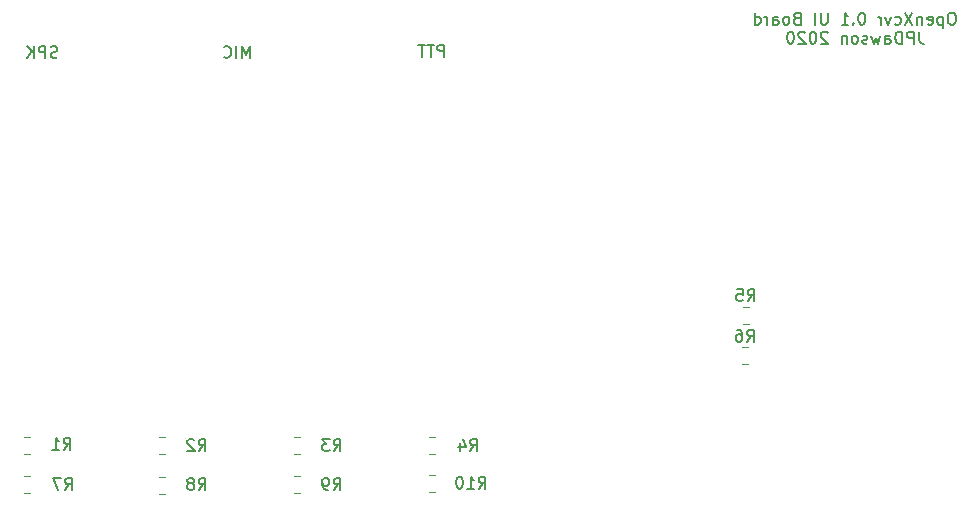
<source format=gbo>
G04 #@! TF.GenerationSoftware,KiCad,Pcbnew,5.99.0-unknown-43514a1~86~ubuntu18.04.1*
G04 #@! TF.CreationDate,2020-02-15T14:01:29+00:00*
G04 #@! TF.ProjectId,UI,55492e6b-6963-4616-945f-706362585858,rev?*
G04 #@! TF.SameCoordinates,Original*
G04 #@! TF.FileFunction,Legend,Bot*
G04 #@! TF.FilePolarity,Positive*
%FSLAX46Y46*%
G04 Gerber Fmt 4.6, Leading zero omitted, Abs format (unit mm)*
G04 Created by KiCad (PCBNEW 5.99.0-unknown-43514a1~86~ubuntu18.04.1) date 2020-02-15 14:01:29*
%MOMM*%
%LPD*%
G01*
G04 APERTURE LIST*
%ADD10C,0.150000*%
%ADD11C,0.120000*%
G04 APERTURE END LIST*
D10*
X138231428Y-64206380D02*
X138231428Y-63206380D01*
X137898095Y-63920666D01*
X137564761Y-63206380D01*
X137564761Y-64206380D01*
X137088571Y-64206380D02*
X137088571Y-63206380D01*
X136040952Y-64111142D02*
X136088571Y-64158761D01*
X136231428Y-64206380D01*
X136326666Y-64206380D01*
X136469523Y-64158761D01*
X136564761Y-64063523D01*
X136612380Y-63968285D01*
X136660000Y-63777809D01*
X136660000Y-63634952D01*
X136612380Y-63444476D01*
X136564761Y-63349238D01*
X136469523Y-63254000D01*
X136326666Y-63206380D01*
X136231428Y-63206380D01*
X136088571Y-63254000D01*
X136040952Y-63301619D01*
X121935714Y-64158761D02*
X121792857Y-64206380D01*
X121554761Y-64206380D01*
X121459523Y-64158761D01*
X121411904Y-64111142D01*
X121364285Y-64015904D01*
X121364285Y-63920666D01*
X121411904Y-63825428D01*
X121459523Y-63777809D01*
X121554761Y-63730190D01*
X121745238Y-63682571D01*
X121840476Y-63634952D01*
X121888095Y-63587333D01*
X121935714Y-63492095D01*
X121935714Y-63396857D01*
X121888095Y-63301619D01*
X121840476Y-63254000D01*
X121745238Y-63206380D01*
X121507142Y-63206380D01*
X121364285Y-63254000D01*
X120935714Y-64206380D02*
X120935714Y-63206380D01*
X120554761Y-63206380D01*
X120459523Y-63254000D01*
X120411904Y-63301619D01*
X120364285Y-63396857D01*
X120364285Y-63539714D01*
X120411904Y-63634952D01*
X120459523Y-63682571D01*
X120554761Y-63730190D01*
X120935714Y-63730190D01*
X119935714Y-64206380D02*
X119935714Y-63206380D01*
X119364285Y-64206380D02*
X119792857Y-63634952D01*
X119364285Y-63206380D02*
X119935714Y-63777809D01*
X154693809Y-64079380D02*
X154693809Y-63079380D01*
X154312857Y-63079380D01*
X154217619Y-63127000D01*
X154170000Y-63174619D01*
X154122380Y-63269857D01*
X154122380Y-63412714D01*
X154170000Y-63507952D01*
X154217619Y-63555571D01*
X154312857Y-63603190D01*
X154693809Y-63603190D01*
X153836666Y-63079380D02*
X153265238Y-63079380D01*
X153550952Y-64079380D02*
X153550952Y-63079380D01*
X153074761Y-63079380D02*
X152503333Y-63079380D01*
X152789047Y-64079380D02*
X152789047Y-63079380D01*
X197769714Y-60369380D02*
X197579238Y-60369380D01*
X197484000Y-60417000D01*
X197388761Y-60512238D01*
X197341142Y-60702714D01*
X197341142Y-61036047D01*
X197388761Y-61226523D01*
X197484000Y-61321761D01*
X197579238Y-61369380D01*
X197769714Y-61369380D01*
X197864952Y-61321761D01*
X197960190Y-61226523D01*
X198007809Y-61036047D01*
X198007809Y-60702714D01*
X197960190Y-60512238D01*
X197864952Y-60417000D01*
X197769714Y-60369380D01*
X196912571Y-60702714D02*
X196912571Y-61702714D01*
X196912571Y-60750333D02*
X196817333Y-60702714D01*
X196626857Y-60702714D01*
X196531619Y-60750333D01*
X196484000Y-60797952D01*
X196436380Y-60893190D01*
X196436380Y-61178904D01*
X196484000Y-61274142D01*
X196531619Y-61321761D01*
X196626857Y-61369380D01*
X196817333Y-61369380D01*
X196912571Y-61321761D01*
X195626857Y-61321761D02*
X195722095Y-61369380D01*
X195912571Y-61369380D01*
X196007809Y-61321761D01*
X196055428Y-61226523D01*
X196055428Y-60845571D01*
X196007809Y-60750333D01*
X195912571Y-60702714D01*
X195722095Y-60702714D01*
X195626857Y-60750333D01*
X195579238Y-60845571D01*
X195579238Y-60940809D01*
X196055428Y-61036047D01*
X195150666Y-60702714D02*
X195150666Y-61369380D01*
X195150666Y-60797952D02*
X195103047Y-60750333D01*
X195007809Y-60702714D01*
X194864952Y-60702714D01*
X194769714Y-60750333D01*
X194722095Y-60845571D01*
X194722095Y-61369380D01*
X194341142Y-60369380D02*
X193674476Y-61369380D01*
X193674476Y-60369380D02*
X194341142Y-61369380D01*
X192864952Y-61321761D02*
X192960190Y-61369380D01*
X193150666Y-61369380D01*
X193245904Y-61321761D01*
X193293523Y-61274142D01*
X193341142Y-61178904D01*
X193341142Y-60893190D01*
X193293523Y-60797952D01*
X193245904Y-60750333D01*
X193150666Y-60702714D01*
X192960190Y-60702714D01*
X192864952Y-60750333D01*
X192531619Y-60702714D02*
X192293523Y-61369380D01*
X192055428Y-60702714D01*
X191674476Y-61369380D02*
X191674476Y-60702714D01*
X191674476Y-60893190D02*
X191626857Y-60797952D01*
X191579238Y-60750333D01*
X191484000Y-60702714D01*
X191388761Y-60702714D01*
X190103047Y-60369380D02*
X190007809Y-60369380D01*
X189912571Y-60417000D01*
X189864952Y-60464619D01*
X189817333Y-60559857D01*
X189769714Y-60750333D01*
X189769714Y-60988428D01*
X189817333Y-61178904D01*
X189864952Y-61274142D01*
X189912571Y-61321761D01*
X190007809Y-61369380D01*
X190103047Y-61369380D01*
X190198285Y-61321761D01*
X190245904Y-61274142D01*
X190293523Y-61178904D01*
X190341142Y-60988428D01*
X190341142Y-60750333D01*
X190293523Y-60559857D01*
X190245904Y-60464619D01*
X190198285Y-60417000D01*
X190103047Y-60369380D01*
X189341142Y-61274142D02*
X189293523Y-61321761D01*
X189341142Y-61369380D01*
X189388761Y-61321761D01*
X189341142Y-61274142D01*
X189341142Y-61369380D01*
X188341142Y-61369380D02*
X188912571Y-61369380D01*
X188626857Y-61369380D02*
X188626857Y-60369380D01*
X188722095Y-60512238D01*
X188817333Y-60607476D01*
X188912571Y-60655095D01*
X187150666Y-60369380D02*
X187150666Y-61178904D01*
X187103047Y-61274142D01*
X187055428Y-61321761D01*
X186960190Y-61369380D01*
X186769714Y-61369380D01*
X186674476Y-61321761D01*
X186626857Y-61274142D01*
X186579238Y-61178904D01*
X186579238Y-60369380D01*
X186103047Y-61369380D02*
X186103047Y-60369380D01*
X184531619Y-60845571D02*
X184388761Y-60893190D01*
X184341142Y-60940809D01*
X184293523Y-61036047D01*
X184293523Y-61178904D01*
X184341142Y-61274142D01*
X184388761Y-61321761D01*
X184484000Y-61369380D01*
X184864952Y-61369380D01*
X184864952Y-60369380D01*
X184531619Y-60369380D01*
X184436380Y-60417000D01*
X184388761Y-60464619D01*
X184341142Y-60559857D01*
X184341142Y-60655095D01*
X184388761Y-60750333D01*
X184436380Y-60797952D01*
X184531619Y-60845571D01*
X184864952Y-60845571D01*
X183722095Y-61369380D02*
X183817333Y-61321761D01*
X183864952Y-61274142D01*
X183912571Y-61178904D01*
X183912571Y-60893190D01*
X183864952Y-60797952D01*
X183817333Y-60750333D01*
X183722095Y-60702714D01*
X183579238Y-60702714D01*
X183484000Y-60750333D01*
X183436380Y-60797952D01*
X183388761Y-60893190D01*
X183388761Y-61178904D01*
X183436380Y-61274142D01*
X183484000Y-61321761D01*
X183579238Y-61369380D01*
X183722095Y-61369380D01*
X182531619Y-61369380D02*
X182531619Y-60845571D01*
X182579238Y-60750333D01*
X182674476Y-60702714D01*
X182864952Y-60702714D01*
X182960190Y-60750333D01*
X182531619Y-61321761D02*
X182626857Y-61369380D01*
X182864952Y-61369380D01*
X182960190Y-61321761D01*
X183007809Y-61226523D01*
X183007809Y-61131285D01*
X182960190Y-61036047D01*
X182864952Y-60988428D01*
X182626857Y-60988428D01*
X182531619Y-60940809D01*
X182055428Y-61369380D02*
X182055428Y-60702714D01*
X182055428Y-60893190D02*
X182007809Y-60797952D01*
X181960190Y-60750333D01*
X181864952Y-60702714D01*
X181769714Y-60702714D01*
X181007809Y-61369380D02*
X181007809Y-60369380D01*
X181007809Y-61321761D02*
X181103047Y-61369380D01*
X181293523Y-61369380D01*
X181388761Y-61321761D01*
X181436380Y-61274142D01*
X181484000Y-61178904D01*
X181484000Y-60893190D01*
X181436380Y-60797952D01*
X181388761Y-60750333D01*
X181293523Y-60702714D01*
X181103047Y-60702714D01*
X181007809Y-60750333D01*
X194912571Y-61979380D02*
X194912571Y-62693666D01*
X194960190Y-62836523D01*
X195055428Y-62931761D01*
X195198285Y-62979380D01*
X195293523Y-62979380D01*
X194436380Y-62979380D02*
X194436380Y-61979380D01*
X194055428Y-61979380D01*
X193960190Y-62027000D01*
X193912571Y-62074619D01*
X193864952Y-62169857D01*
X193864952Y-62312714D01*
X193912571Y-62407952D01*
X193960190Y-62455571D01*
X194055428Y-62503190D01*
X194436380Y-62503190D01*
X193436380Y-62979380D02*
X193436380Y-61979380D01*
X193198285Y-61979380D01*
X193055428Y-62027000D01*
X192960190Y-62122238D01*
X192912571Y-62217476D01*
X192864952Y-62407952D01*
X192864952Y-62550809D01*
X192912571Y-62741285D01*
X192960190Y-62836523D01*
X193055428Y-62931761D01*
X193198285Y-62979380D01*
X193436380Y-62979380D01*
X192007809Y-62979380D02*
X192007809Y-62455571D01*
X192055428Y-62360333D01*
X192150666Y-62312714D01*
X192341142Y-62312714D01*
X192436380Y-62360333D01*
X192007809Y-62931761D02*
X192103047Y-62979380D01*
X192341142Y-62979380D01*
X192436380Y-62931761D01*
X192484000Y-62836523D01*
X192484000Y-62741285D01*
X192436380Y-62646047D01*
X192341142Y-62598428D01*
X192103047Y-62598428D01*
X192007809Y-62550809D01*
X191626857Y-62312714D02*
X191436380Y-62979380D01*
X191245904Y-62503190D01*
X191055428Y-62979380D01*
X190864952Y-62312714D01*
X190531619Y-62931761D02*
X190436380Y-62979380D01*
X190245904Y-62979380D01*
X190150666Y-62931761D01*
X190103047Y-62836523D01*
X190103047Y-62788904D01*
X190150666Y-62693666D01*
X190245904Y-62646047D01*
X190388761Y-62646047D01*
X190484000Y-62598428D01*
X190531619Y-62503190D01*
X190531619Y-62455571D01*
X190484000Y-62360333D01*
X190388761Y-62312714D01*
X190245904Y-62312714D01*
X190150666Y-62360333D01*
X189531619Y-62979380D02*
X189626857Y-62931761D01*
X189674476Y-62884142D01*
X189722095Y-62788904D01*
X189722095Y-62503190D01*
X189674476Y-62407952D01*
X189626857Y-62360333D01*
X189531619Y-62312714D01*
X189388761Y-62312714D01*
X189293523Y-62360333D01*
X189245904Y-62407952D01*
X189198285Y-62503190D01*
X189198285Y-62788904D01*
X189245904Y-62884142D01*
X189293523Y-62931761D01*
X189388761Y-62979380D01*
X189531619Y-62979380D01*
X188769714Y-62312714D02*
X188769714Y-62979380D01*
X188769714Y-62407952D02*
X188722095Y-62360333D01*
X188626857Y-62312714D01*
X188484000Y-62312714D01*
X188388761Y-62360333D01*
X188341142Y-62455571D01*
X188341142Y-62979380D01*
X187150666Y-62074619D02*
X187103047Y-62027000D01*
X187007809Y-61979380D01*
X186769714Y-61979380D01*
X186674476Y-62027000D01*
X186626857Y-62074619D01*
X186579238Y-62169857D01*
X186579238Y-62265095D01*
X186626857Y-62407952D01*
X187198285Y-62979380D01*
X186579238Y-62979380D01*
X185960190Y-61979380D02*
X185864952Y-61979380D01*
X185769714Y-62027000D01*
X185722095Y-62074619D01*
X185674476Y-62169857D01*
X185626857Y-62360333D01*
X185626857Y-62598428D01*
X185674476Y-62788904D01*
X185722095Y-62884142D01*
X185769714Y-62931761D01*
X185864952Y-62979380D01*
X185960190Y-62979380D01*
X186055428Y-62931761D01*
X186103047Y-62884142D01*
X186150666Y-62788904D01*
X186198285Y-62598428D01*
X186198285Y-62360333D01*
X186150666Y-62169857D01*
X186103047Y-62074619D01*
X186055428Y-62027000D01*
X185960190Y-61979380D01*
X185245904Y-62074619D02*
X185198285Y-62027000D01*
X185103047Y-61979380D01*
X184864952Y-61979380D01*
X184769714Y-62027000D01*
X184722095Y-62074619D01*
X184674476Y-62169857D01*
X184674476Y-62265095D01*
X184722095Y-62407952D01*
X185293523Y-62979380D01*
X184674476Y-62979380D01*
X184055428Y-61979380D02*
X183960190Y-61979380D01*
X183864952Y-62027000D01*
X183817333Y-62074619D01*
X183769714Y-62169857D01*
X183722095Y-62360333D01*
X183722095Y-62598428D01*
X183769714Y-62788904D01*
X183817333Y-62884142D01*
X183864952Y-62931761D01*
X183960190Y-62979380D01*
X184055428Y-62979380D01*
X184150666Y-62931761D01*
X184198285Y-62884142D01*
X184245904Y-62788904D01*
X184293523Y-62598428D01*
X184293523Y-62360333D01*
X184245904Y-62169857D01*
X184198285Y-62074619D01*
X184150666Y-62027000D01*
X184055428Y-61979380D01*
D11*
X153928578Y-99490000D02*
X153411422Y-99490000D01*
X153928578Y-100910000D02*
X153411422Y-100910000D01*
X142498578Y-99617000D02*
X141981422Y-99617000D01*
X142498578Y-101037000D02*
X141981422Y-101037000D01*
X131068578Y-99715000D02*
X130551422Y-99715000D01*
X131068578Y-101135000D02*
X130551422Y-101135000D01*
X119638578Y-99617000D02*
X119121422Y-99617000D01*
X119638578Y-101037000D02*
X119121422Y-101037000D01*
X180422578Y-90118000D02*
X179905422Y-90118000D01*
X180422578Y-88698000D02*
X179905422Y-88698000D01*
X180471578Y-86689000D02*
X179954422Y-86689000D01*
X180471578Y-85269000D02*
X179954422Y-85269000D01*
X153411422Y-96315000D02*
X153928578Y-96315000D01*
X153411422Y-97735000D02*
X153928578Y-97735000D01*
X141981422Y-96315000D02*
X142498578Y-96315000D01*
X141981422Y-97735000D02*
X142498578Y-97735000D01*
X130551422Y-96315000D02*
X131068578Y-96315000D01*
X130551422Y-97735000D02*
X131068578Y-97735000D01*
X119121422Y-96315000D02*
X119638578Y-96315000D01*
X119121422Y-97735000D02*
X119638578Y-97735000D01*
D10*
X157614857Y-100655380D02*
X157948190Y-100179190D01*
X158186285Y-100655380D02*
X158186285Y-99655380D01*
X157805333Y-99655380D01*
X157710095Y-99703000D01*
X157662476Y-99750619D01*
X157614857Y-99845857D01*
X157614857Y-99988714D01*
X157662476Y-100083952D01*
X157710095Y-100131571D01*
X157805333Y-100179190D01*
X158186285Y-100179190D01*
X156662476Y-100655380D02*
X157233904Y-100655380D01*
X156948190Y-100655380D02*
X156948190Y-99655380D01*
X157043428Y-99798238D01*
X157138666Y-99893476D01*
X157233904Y-99941095D01*
X156043428Y-99655380D02*
X155948190Y-99655380D01*
X155852952Y-99703000D01*
X155805333Y-99750619D01*
X155757714Y-99845857D01*
X155710095Y-100036333D01*
X155710095Y-100274428D01*
X155757714Y-100464904D01*
X155805333Y-100560142D01*
X155852952Y-100607761D01*
X155948190Y-100655380D01*
X156043428Y-100655380D01*
X156138666Y-100607761D01*
X156186285Y-100560142D01*
X156233904Y-100464904D01*
X156281523Y-100274428D01*
X156281523Y-100036333D01*
X156233904Y-99845857D01*
X156186285Y-99750619D01*
X156138666Y-99703000D01*
X156043428Y-99655380D01*
X145327666Y-100782380D02*
X145661000Y-100306190D01*
X145899095Y-100782380D02*
X145899095Y-99782380D01*
X145518142Y-99782380D01*
X145422904Y-99830000D01*
X145375285Y-99877619D01*
X145327666Y-99972857D01*
X145327666Y-100115714D01*
X145375285Y-100210952D01*
X145422904Y-100258571D01*
X145518142Y-100306190D01*
X145899095Y-100306190D01*
X144851476Y-100782380D02*
X144661000Y-100782380D01*
X144565761Y-100734761D01*
X144518142Y-100687142D01*
X144422904Y-100544285D01*
X144375285Y-100353809D01*
X144375285Y-99972857D01*
X144422904Y-99877619D01*
X144470523Y-99830000D01*
X144565761Y-99782380D01*
X144756238Y-99782380D01*
X144851476Y-99830000D01*
X144899095Y-99877619D01*
X144946714Y-99972857D01*
X144946714Y-100210952D01*
X144899095Y-100306190D01*
X144851476Y-100353809D01*
X144756238Y-100401428D01*
X144565761Y-100401428D01*
X144470523Y-100353809D01*
X144422904Y-100306190D01*
X144375285Y-100210952D01*
X133897666Y-100782380D02*
X134231000Y-100306190D01*
X134469095Y-100782380D02*
X134469095Y-99782380D01*
X134088142Y-99782380D01*
X133992904Y-99830000D01*
X133945285Y-99877619D01*
X133897666Y-99972857D01*
X133897666Y-100115714D01*
X133945285Y-100210952D01*
X133992904Y-100258571D01*
X134088142Y-100306190D01*
X134469095Y-100306190D01*
X133326238Y-100210952D02*
X133421476Y-100163333D01*
X133469095Y-100115714D01*
X133516714Y-100020476D01*
X133516714Y-99972857D01*
X133469095Y-99877619D01*
X133421476Y-99830000D01*
X133326238Y-99782380D01*
X133135761Y-99782380D01*
X133040523Y-99830000D01*
X132992904Y-99877619D01*
X132945285Y-99972857D01*
X132945285Y-100020476D01*
X132992904Y-100115714D01*
X133040523Y-100163333D01*
X133135761Y-100210952D01*
X133326238Y-100210952D01*
X133421476Y-100258571D01*
X133469095Y-100306190D01*
X133516714Y-100401428D01*
X133516714Y-100591904D01*
X133469095Y-100687142D01*
X133421476Y-100734761D01*
X133326238Y-100782380D01*
X133135761Y-100782380D01*
X133040523Y-100734761D01*
X132992904Y-100687142D01*
X132945285Y-100591904D01*
X132945285Y-100401428D01*
X132992904Y-100306190D01*
X133040523Y-100258571D01*
X133135761Y-100210952D01*
X122594666Y-100782380D02*
X122928000Y-100306190D01*
X123166095Y-100782380D02*
X123166095Y-99782380D01*
X122785142Y-99782380D01*
X122689904Y-99830000D01*
X122642285Y-99877619D01*
X122594666Y-99972857D01*
X122594666Y-100115714D01*
X122642285Y-100210952D01*
X122689904Y-100258571D01*
X122785142Y-100306190D01*
X123166095Y-100306190D01*
X122261333Y-99782380D02*
X121594666Y-99782380D01*
X122023238Y-100782380D01*
X180330666Y-88210380D02*
X180664000Y-87734190D01*
X180902095Y-88210380D02*
X180902095Y-87210380D01*
X180521142Y-87210380D01*
X180425904Y-87258000D01*
X180378285Y-87305619D01*
X180330666Y-87400857D01*
X180330666Y-87543714D01*
X180378285Y-87638952D01*
X180425904Y-87686571D01*
X180521142Y-87734190D01*
X180902095Y-87734190D01*
X179473523Y-87210380D02*
X179664000Y-87210380D01*
X179759238Y-87258000D01*
X179806857Y-87305619D01*
X179902095Y-87448476D01*
X179949714Y-87638952D01*
X179949714Y-88019904D01*
X179902095Y-88115142D01*
X179854476Y-88162761D01*
X179759238Y-88210380D01*
X179568761Y-88210380D01*
X179473523Y-88162761D01*
X179425904Y-88115142D01*
X179378285Y-88019904D01*
X179378285Y-87781809D01*
X179425904Y-87686571D01*
X179473523Y-87638952D01*
X179568761Y-87591333D01*
X179759238Y-87591333D01*
X179854476Y-87638952D01*
X179902095Y-87686571D01*
X179949714Y-87781809D01*
X180379666Y-84781380D02*
X180713000Y-84305190D01*
X180951095Y-84781380D02*
X180951095Y-83781380D01*
X180570142Y-83781380D01*
X180474904Y-83829000D01*
X180427285Y-83876619D01*
X180379666Y-83971857D01*
X180379666Y-84114714D01*
X180427285Y-84209952D01*
X180474904Y-84257571D01*
X180570142Y-84305190D01*
X180951095Y-84305190D01*
X179474904Y-83781380D02*
X179951095Y-83781380D01*
X179998714Y-84257571D01*
X179951095Y-84209952D01*
X179855857Y-84162333D01*
X179617761Y-84162333D01*
X179522523Y-84209952D01*
X179474904Y-84257571D01*
X179427285Y-84352809D01*
X179427285Y-84590904D01*
X179474904Y-84686142D01*
X179522523Y-84733761D01*
X179617761Y-84781380D01*
X179855857Y-84781380D01*
X179951095Y-84733761D01*
X179998714Y-84686142D01*
X156884666Y-97480380D02*
X157218000Y-97004190D01*
X157456095Y-97480380D02*
X157456095Y-96480380D01*
X157075142Y-96480380D01*
X156979904Y-96528000D01*
X156932285Y-96575619D01*
X156884666Y-96670857D01*
X156884666Y-96813714D01*
X156932285Y-96908952D01*
X156979904Y-96956571D01*
X157075142Y-97004190D01*
X157456095Y-97004190D01*
X156027523Y-96813714D02*
X156027523Y-97480380D01*
X156265619Y-96432761D02*
X156503714Y-97147047D01*
X155884666Y-97147047D01*
X145327666Y-97480380D02*
X145661000Y-97004190D01*
X145899095Y-97480380D02*
X145899095Y-96480380D01*
X145518142Y-96480380D01*
X145422904Y-96528000D01*
X145375285Y-96575619D01*
X145327666Y-96670857D01*
X145327666Y-96813714D01*
X145375285Y-96908952D01*
X145422904Y-96956571D01*
X145518142Y-97004190D01*
X145899095Y-97004190D01*
X144994333Y-96480380D02*
X144375285Y-96480380D01*
X144708619Y-96861333D01*
X144565761Y-96861333D01*
X144470523Y-96908952D01*
X144422904Y-96956571D01*
X144375285Y-97051809D01*
X144375285Y-97289904D01*
X144422904Y-97385142D01*
X144470523Y-97432761D01*
X144565761Y-97480380D01*
X144851476Y-97480380D01*
X144946714Y-97432761D01*
X144994333Y-97385142D01*
X133897666Y-97480380D02*
X134231000Y-97004190D01*
X134469095Y-97480380D02*
X134469095Y-96480380D01*
X134088142Y-96480380D01*
X133992904Y-96528000D01*
X133945285Y-96575619D01*
X133897666Y-96670857D01*
X133897666Y-96813714D01*
X133945285Y-96908952D01*
X133992904Y-96956571D01*
X134088142Y-97004190D01*
X134469095Y-97004190D01*
X133516714Y-96575619D02*
X133469095Y-96528000D01*
X133373857Y-96480380D01*
X133135761Y-96480380D01*
X133040523Y-96528000D01*
X132992904Y-96575619D01*
X132945285Y-96670857D01*
X132945285Y-96766095D01*
X132992904Y-96908952D01*
X133564333Y-97480380D01*
X132945285Y-97480380D01*
X122467666Y-97353380D02*
X122801000Y-96877190D01*
X123039095Y-97353380D02*
X123039095Y-96353380D01*
X122658142Y-96353380D01*
X122562904Y-96401000D01*
X122515285Y-96448619D01*
X122467666Y-96543857D01*
X122467666Y-96686714D01*
X122515285Y-96781952D01*
X122562904Y-96829571D01*
X122658142Y-96877190D01*
X123039095Y-96877190D01*
X121515285Y-97353380D02*
X122086714Y-97353380D01*
X121801000Y-97353380D02*
X121801000Y-96353380D01*
X121896238Y-96496238D01*
X121991476Y-96591476D01*
X122086714Y-96639095D01*
M02*

</source>
